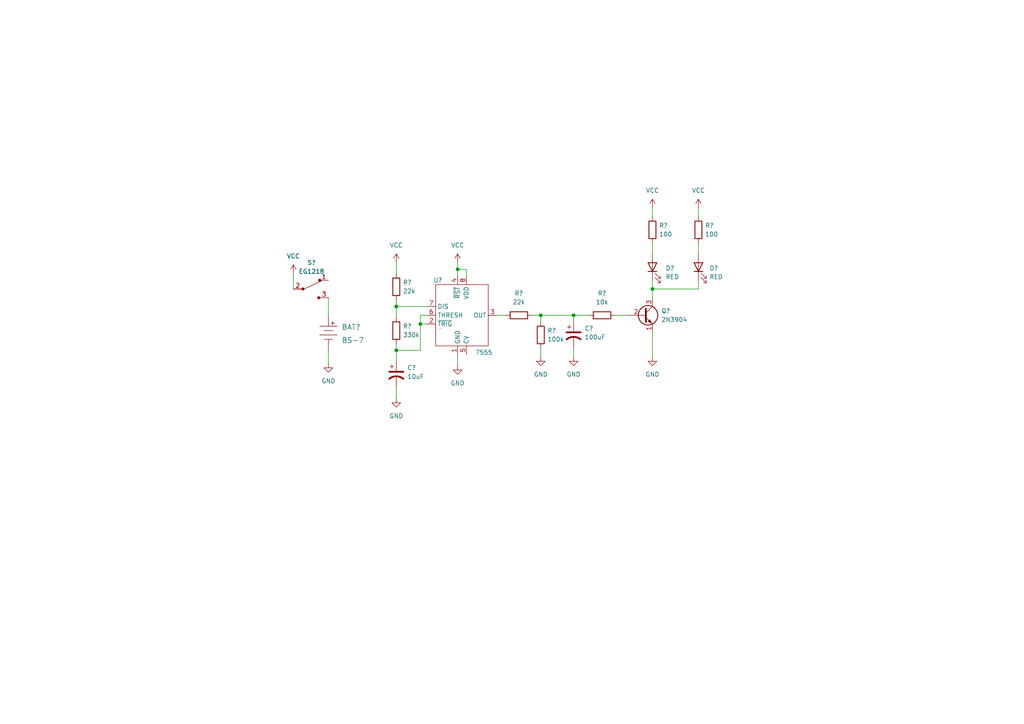
<source format=kicad_sch>
(kicad_sch (version 20211123) (generator eeschema)
  (paper "A4")
  (title_block (title "555 Badge") (date "2022-12-18") (rev "Ver 1") (comment 3 "License: CC By 4.0") (comment 4 "Author: Glenn Lopez"))
  (lib_symbols
    (symbol "555Badge_Library:7555"
      (property "Reference" "U" (at -7.62 10.16 0))
      (property "Value" "7555" (at 5.08 -10.16 0))
      (symbol "7555_0_1"
        (rectangle (start -7.62 8.89) (end 7.62 -8.89))
        (rectangle (start -6.35 -3.81) (end -6.35 -3.81))
        (rectangle (start -6.35 -3.81) (end -6.35 -3.81))
        (rectangle (start -6.35 -3.81) (end -6.35 -3.81))
      )
      (symbol "7555_1_1"
        (pin input line (at -1.27 -11.43 90) (length 2.54) (name "GND") (number "1"))
        (pin input line (at -10.16 -2.54 0) (length 2.54) (name "~{TRIG}") (number "2"))
        (pin input line (at 10.16 0 180) (length 2.54) (name "OUT") (number "3"))
        (pin input line (at -1.27 11.43 270) (length 2.54) (name "~{RST}") (number "4"))
        (pin input line (at 1.27 -11.43 90) (length 2.54) (name "CV") (number "5"))
        (pin input line (at -10.16 0 0) (length 2.54) (name "THRESH") (number "6"))
        (pin input line (at -10.16 2.54 0) (length 2.54) (name "DIS") (number "7"))
        (pin input line (at 1.27 11.43 270) (length 2.54) (name "VDD") (number "8"))
      )
    )
    (symbol "Device:C_Polarized_US" (pin_numbers hide) (pin_names (offset 0.254) hide)
      (property "Reference" "C" (at 0.635 2.54 0))
      (property "Value" "C_Polarized_US" (at 0.635 -2.54 0))
      (symbol "C_Polarized_US_0_1"
        (polyline (pts (xy -2.032 0.762) (xy 2.032 0.762)) (stroke (width 0.508)))
        (polyline (pts (xy -1.778 2.286) (xy -0.762 2.286)))
        (polyline (pts (xy -1.27 1.778) (xy -1.27 2.794)))
        (arc (start 2.032 -1.27) (mid 0 -0.5572) (end -2.032 -1.27) (stroke (width 0.508)))
      )
      (symbol "C_Polarized_US_1_1"
        (pin passive line (at 0 3.81 270) (length 2.794) (name "~") (number "1"))
        (pin passive line (at 0 -3.81 90) (length 3.302) (name "~") (number "2"))
      )
    )
    (symbol "Device:LED" (pin_numbers hide) (pin_names (offset 1.016) hide)
      (property "Reference" "D" (at 0 2.54 0))
      (property "Value" "LED" (at 0 -2.54 0))
      (symbol "LED_0_1"
        (polyline (pts (xy -1.27 -1.27) (xy -1.27 1.27)) (stroke (width 0.254)))
        (polyline (pts (xy -1.27 0) (xy 1.27 0)))
        (polyline (pts (xy 1.27 -1.27) (xy 1.27 1.27) (xy -1.27 0) (xy 1.27 -1.27)) (stroke (width 0.254)))
        (polyline (pts (xy -3.048 -0.762) (xy -4.572 -2.286) (xy -3.81 -2.286) (xy -4.572 -2.286) (xy -4.572 -1.524)))
        (polyline (pts (xy -1.778 -0.762) (xy -3.302 -2.286) (xy -2.54 -2.286) (xy -3.302 -2.286) (xy -3.302 -1.524)))
      )
      (symbol "LED_1_1"
        (pin passive line (at -3.81 0 0) (length 2.54) (name "K") (number "1"))
        (pin passive line (at 3.81 0 180) (length 2.54) (name "A") (number "2"))
      )
    )
    (symbol "Device:R" (pin_numbers hide) (pin_names (offset 0))
      (property "Reference" "R" (at 2.032 0 90))
      (property "Value" "R" (at 0 0 90))
      (symbol "R_0_1"
        (rectangle (start -1.016 -2.54) (end 1.016 2.54) (stroke (width 0.254)))
      )
      (symbol "R_1_1"
        (pin passive line (at 0 3.81 270) (length 1.27) (name "~") (number "1"))
        (pin passive line (at 0 -3.81 90) (length 1.27) (name "~") (number "2"))
      )
    )
    (symbol "Transistor_BJT:2N3904" (pin_names (offset 0) hide)
      (property "Reference" "Q" (at 5.08 1.905 0))
      (property "Value" "2N3904" (at 5.08 0 0))
      (symbol "2N3904_0_1"
        (polyline (pts (xy 0.635 0.635) (xy 2.54 2.54)))
        (polyline (pts (xy 0.635 -0.635) (xy 2.54 -2.54) (xy 2.54 -2.54)))
        (polyline (pts (xy 0.635 1.905) (xy 0.635 -1.905) (xy 0.635 -1.905)) (stroke (width 0.508)))
        (polyline (pts (xy 1.27 -1.778) (xy 1.778 -1.27) (xy 2.286 -2.286) (xy 1.27 -1.778) (xy 1.27 -1.778)) (fill (type outline)))
        (circle (center 1.27 0) (radius 2.8194) (stroke (width 0.254)))
      )
      (symbol "2N3904_1_1"
        (pin passive line (at 2.54 -5.08 90) (length 2.54) (name "E") (number "1"))
        (pin passive line (at -5.08 0 0) (length 5.715) (name "B") (number "2"))
        (pin passive line (at 2.54 5.08 270) (length 2.54) (name "C") (number "3"))
      )
    )
    (symbol "dk_Battery-Holders-Clips-Contacts:BS-7" (pin_numbers hide) (pin_names (offset 1.016))
      (property "Reference" "BAT" (at -1.27 3.81 0))
      (property "Value" "BS-7" (at -1.27 -3.81 0))
      (symbol "BS-7_1_1"
        (polyline (pts (xy 0 -2.54) (xy 0 -1.905)))
        (polyline (pts (xy 0 1.905) (xy 0 2.54)))
        (polyline (pts (xy 1.27 -1.905) (xy -1.27 -1.905)))
        (polyline (pts (xy 1.27 0.635) (xy -1.27 0.635)))
        (polyline (pts (xy 1.27 2.286) (xy 1.27 3.302)))
        (polyline (pts (xy 1.778 2.794) (xy 0.762 2.794)))
        (polyline (pts (xy 2.54 -0.635) (xy -2.54 -0.635)))
        (polyline (pts (xy 2.54 1.905) (xy -2.54 1.905)))
        (pin power_out line (at 0 -5.08 90) (length 2.54) (name "~") (number "Neg"))
        (pin power_out line (at 0 5.08 270) (length 2.54) (name "~") (number "Pos"))
      )
    )
    (symbol "dk_Slide-Switches:EG1218" (pin_names (offset 0))
      (property "Reference" "S" (at -3.81 2.286 0))
      (property "Value" "EG1218" (at 0 -5.334 0))
      (symbol "EG1218_0_1"
        (circle (center -2.286 0) (radius 0.3556) (fill (type outline)))
        (polyline (pts (xy -2.032 0) (xy 3.048 2.286)))
        (circle (center 2.286 -2.54) (radius 0.3556) (fill (type outline)))
        (circle (center 2.54 2.54) (radius 0.3556) (fill (type outline)))
      )
      (symbol "EG1218_1_1"
        (pin passive line (at 5.08 2.54 180) (length 2.54) (name "~") (number "1"))
        (pin passive line (at -5.08 0 0) (length 2.54) (name "~") (number "2"))
        (pin passive line (at 5.08 -2.54 180) (length 2.54) (name "~") (number "3"))
      )
    )
    (symbol "power:GND" (power) (pin_names (offset 0))
      (property "Value" "GND" (at 0 -3.81 0))
      (symbol "GND_0_1"
        (polyline (pts (xy 0 0) (xy 0 -1.27) (xy 1.27 -1.27) (xy 0 -2.54) (xy -1.27 -1.27) (xy 0 -1.27)))
      )
      (symbol "GND_1_1"
        (pin power_in line (at 0 0 270) (length 0) hide (name "GND") (number "1"))
      )
    )
    (symbol "power:VCC" (power) (pin_names (offset 0))
      (property "Value" "VCC" (at 0 3.81 0))
      (symbol "VCC_0_1"
        (polyline (pts (xy -0.762 1.27) (xy 0 2.54)))
        (polyline (pts (xy 0 0) (xy 0 2.54)))
        (polyline (pts (xy 0 2.54) (xy 0.762 1.27)))
      )
      (symbol "VCC_1_1"
        (pin power_in line (at 0 0 90) (length 0) hide (name "VCC") (number "1"))
      )
    )
  )
  (junction (at 156.845 91.44))
  (junction (at 189.23 83.82))
  (junction (at 114.935 101.6))
  (junction (at 132.715 78.105))
  (junction (at 121.92 93.98))
  (junction (at 114.935 88.9))
  (junction (at 166.37 91.44))
  (wire (pts (xy 156.845 91.44) (xy 166.37 91.44)))
  (wire (pts (xy 202.565 60.325) (xy 202.565 62.865)))
  (wire (pts (xy 189.23 60.325) (xy 189.23 62.865)))
  (wire (pts (xy 132.715 102.87) (xy 132.715 106.045)))
  (wire (pts (xy 95.25 86.36) (xy 95.25 91.44)))
  (wire (pts (xy 189.23 83.82) (xy 189.23 86.36)))
  (wire (pts (xy 166.37 91.44) (xy 166.37 93.345)))
  (wire (pts (xy 121.92 93.98) (xy 121.92 101.6)))
  (wire (pts (xy 114.935 88.9) (xy 123.825 88.9)))
  (wire (pts (xy 132.715 78.105) (xy 132.715 80.01)))
  (wire (pts (xy 95.25 101.6) (xy 95.25 105.41)))
  (wire (pts (xy 114.935 88.9) (xy 114.935 92.075)))
  (wire (pts (xy 121.92 101.6) (xy 114.935 101.6)))
  (wire (pts (xy 121.92 91.44) (xy 121.92 93.98)))
  (wire (pts (xy 144.145 91.44) (xy 146.685 91.44)))
  (wire (pts (xy 135.255 80.01) (xy 135.255 78.105)))
  (wire (pts (xy 156.845 91.44) (xy 156.845 93.345)))
  (wire (pts (xy 189.23 83.82) (xy 202.565 83.82)))
  (wire (pts (xy 132.715 76.2) (xy 132.715 78.105)))
  (wire (pts (xy 121.92 93.98) (xy 123.825 93.98)))
  (wire (pts (xy 114.935 86.995) (xy 114.935 88.9)))
  (wire (pts (xy 85.09 79.375) (xy 85.09 83.82)))
  (wire (pts (xy 181.61 91.44) (xy 178.435 91.44)))
  (wire (pts (xy 202.565 81.28) (xy 202.565 83.82)))
  (wire (pts (xy 114.935 112.395) (xy 114.935 115.57)))
  (wire (pts (xy 114.935 101.6) (xy 114.935 104.775)))
  (wire (pts (xy 135.255 78.105) (xy 132.715 78.105)))
  (wire (pts (xy 123.825 91.44) (xy 121.92 91.44)))
  (wire (pts (xy 189.23 96.52) (xy 189.23 103.505)))
  (wire (pts (xy 154.305 91.44) (xy 156.845 91.44)))
  (wire (pts (xy 156.845 100.965) (xy 156.845 103.505)))
  (wire (pts (xy 189.23 81.28) (xy 189.23 83.82)))
  (wire (pts (xy 114.935 76.2) (xy 114.935 79.375)))
  (wire (pts (xy 189.23 70.485) (xy 189.23 73.66)))
  (wire (pts (xy 114.935 99.695) (xy 114.935 101.6)))
  (wire (pts (xy 166.37 91.44) (xy 170.815 91.44)))
  (wire (pts (xy 166.37 100.965) (xy 166.37 103.505)))
  (wire (pts (xy 202.565 70.485) (xy 202.565 73.66)))
  (symbol (lib_id "Device:R") (at 114.935 83.185 0) (unit 1)
    (property "Reference" "R?" (at 116.84 81.9149 0) (effects (justify left)))
    (property "Value" "22k" (at 116.84 84.4549 0) (effects (justify left)))
  )
  (symbol (lib_id "power:VCC") (at 114.935 76.2 0) (unit 1)
    (property "Reference" "#PWR?" (effects hide))
    (property "Value" "VCC" (at 114.935 71.12 0))
  )
  (symbol (lib_id "power:GND") (at 166.37 103.505 0) (unit 1)
    (property "Reference" "#PWR?" (effects hide))
    (property "Value" "GND" (at 166.37 108.585 0))
  )
  (symbol (lib_id "dk_Battery-Holders-Clips-Contacts:BS-7") (at 95.25 96.52 0) (unit 1)
    (property "Reference" "BAT?" (at 99.06 94.869 0) (effects (font (size 1.524 1.524)) (justify left)))
    (property "Value" "BS-7" (at 99.06 98.679 0) (effects (font (size 1.524 1.524)) (justify left)))
    (property "Footprint" "digikey-footprints:Battery_Holder_Coin_2032_BS-7" (effects hide))
    (property "Datasheet" "http://www.memoryprotectiondevices.com/datasheets/BS-7-datasheet.pdf" (effects hide))
    (property "Digi-Key_PN" "BS-7-ND" (effects hide))
    (property "MPN" "BS-7" (effects hide))
    (property "Category" "Battery Products" (effects hide))
    (property "Family" "Battery Holders, Clips, Contacts" (effects hide))
    (property "DK_Datasheet_Link" "http://www.memoryprotectiondevices.com/datasheets/BS-7-datasheet.pdf" (effects hide))
    (property "DK_Detail_Page" "/product-detail/en/mpd-memory-protection-devices/BS-7/BS-7-ND/389447" (effects hide))
    (property "Description" "BATTERY HOLDER COIN 20MM PC PIN" (effects hide))
    (property "Manufacturer" "MPD (Memory Protection Devices)" (effects hide))
    (property "Status" "Active" (effects hide))
  )
  (symbol (lib_id "Device:LED") (at 189.23 77.47 90) (unit 1)
    (property "Reference" "D?" (at 193.04 77.7874 90) (effects (justify right)))
    (property "Value" "RED" (at 193.04 80.3274 90) (effects (justify right)))
  )
  (symbol (lib_id "power:GND") (at 132.715 106.045 0) (unit 1)
    (property "Reference" "#PWR?" (effects hide))
    (property "Value" "GND" (at 132.715 111.125 0))
  )
  (symbol (lib_id "Device:C_Polarized_US") (at 114.935 108.585 0) (unit 1)
    (property "Reference" "C?" (at 118.11 106.6799 0) (effects (justify left)))
    (property "Value" "10uF" (at 118.11 109.2199 0) (effects (justify left)))
  )
  (symbol (lib_id "Device:R") (at 174.625 91.44 270) (unit 1)
    (property "Reference" "R?" (at 174.625 85.09 90))
    (property "Value" "10k" (at 174.625 87.63 90))
  )
  (symbol (lib_id "power:VCC") (at 132.715 76.2 0) (unit 1)
    (property "Reference" "#PWR?" (effects hide))
    (property "Value" "VCC" (at 132.715 71.12 0))
  )
  (symbol (lib_id "power:GND") (at 156.845 103.505 0) (unit 1)
    (property "Reference" "#PWR?" (effects hide))
    (property "Value" "GND" (at 156.845 108.585 0))
  )
  (symbol (lib_id "power:VCC") (at 202.565 60.325 0) (unit 1)
    (property "Reference" "#PWR?" (effects hide))
    (property "Value" "VCC" (at 202.565 55.245 0))
  )
  (symbol (lib_id "power:GND") (at 95.25 105.41 0) (unit 1)
    (property "Reference" "#PWR?" (effects hide))
    (property "Value" "GND" (at 95.25 110.49 0))
  )
  (symbol (lib_id "Device:C_Polarized_US") (at 166.37 97.155 0) (unit 1)
    (property "Reference" "C?" (at 169.545 95.2499 0) (effects (justify left)))
    (property "Value" "100uF" (at 169.545 97.7899 0) (effects (justify left)))
  )
  (symbol (lib_id "power:GND") (at 189.23 103.505 0) (unit 1)
    (property "Reference" "#PWR?" (effects hide))
    (property "Value" "GND" (at 189.23 108.585 0))
  )
  (symbol (lib_id "Device:R") (at 156.845 97.155 180) (unit 1)
    (property "Reference" "R?" (at 158.75 95.8849 0) (effects (justify right)))
    (property "Value" "100k" (at 158.75 98.4249 0) (effects (justify right)))
  )
  (symbol (lib_id "Transistor_BJT:2N3904") (at 186.69 91.44 0) (unit 1)
    (property "Reference" "Q?" (at 191.77 90.1699 0) (effects (justify left)))
    (property "Value" "2N3904" (at 191.77 92.7099 0) (effects (justify left)))
    (property "Footprint" "Package_TO_SOT_THT:TO-92_Inline" (effects hide))
    (property "Datasheet" "https://www.onsemi.com/pub/Collateral/2N3903-D.PDF" (effects hide))
  )
  (symbol (lib_id "Device:R") (at 202.565 66.675 180) (unit 1)
    (property "Reference" "R?" (at 204.47 65.4049 0) (effects (justify right)))
    (property "Value" "100" (at 204.47 67.9449 0) (effects (justify right)))
  )
  (symbol (lib_id "Device:R") (at 150.495 91.44 90) (unit 1)
    (property "Reference" "R?" (at 150.495 85.09 90))
    (property "Value" "22k" (at 150.495 87.63 90))
  )
  (symbol (lib_id "dk_Slide-Switches:EG1218") (at 90.17 83.82 0) (unit 1)
    (property "Reference" "S?" (at 90.3732 76.2 0))
    (property "Value" "EG1218" (at 90.3732 78.74 0))
    (property "Footprint" "digikey-footprints:Switch_Slide_11.6x4mm_EG1218" (effects hide))
    (property "Datasheet" "http://spec_sheets.e-switch.com/specs/P040040.pdf" (effects hide))
    (property "Digi-Key_PN" "EG1903-ND" (effects hide))
    (property "MPN" "EG1218" (effects hide))
    (property "Category" "Switches" (effects hide))
    (property "Family" "Slide Switches" (effects hide))
    (property "DK_Datasheet_Link" "http://spec_sheets.e-switch.com/specs/P040040.pdf" (effects hide))
    (property "DK_Detail_Page" "/product-detail/en/e-switch/EG1218/EG1903-ND/101726" (effects hide))
    (property "Description" "SWITCH SLIDE SPDT 200MA 30V" (effects hide))
    (property "Manufacturer" "E-Switch" (effects hide))
    (property "Status" "Active" (effects hide))
  )
  (symbol (lib_id "power:VCC") (at 85.09 79.375 0) (unit 1)
    (property "Reference" "#PWR?" (effects hide))
    (property "Value" "VCC" (at 85.09 74.295 0))
  )
  (symbol (lib_id "Device:R") (at 189.23 66.675 180) (unit 1)
    (property "Reference" "R?" (at 191.135 65.4049 0) (effects (justify right)))
    (property "Value" "100" (at 191.135 67.9449 0) (effects (justify right)))
  )
  (symbol (lib_id "Device:LED") (at 202.565 77.47 90) (unit 1)
    (property "Reference" "D?" (at 205.74 77.7874 90) (effects (justify right)))
    (property "Value" "RED" (at 205.74 80.3274 90) (effects (justify right)))
  )
  (symbol (lib_id "Device:R") (at 114.935 95.885 0) (unit 1)
    (property "Reference" "R?" (at 116.84 94.6149 0) (effects (justify left)))
    (property "Value" "330k" (at 116.84 97.1549 0) (effects (justify left)))
  )
  (symbol (lib_id "555Badge_Library:7555") (at 133.985 91.44 0) (unit 1)
    (property "Reference" "U?" (at 127 81.28 0))
    (property "Value" "7555" (at 140.335 102.235 0))
  )
  (symbol (lib_id "power:GND") (at 114.935 115.57 0) (unit 1)
    (property "Reference" "#PWR?" (effects hide))
    (property "Value" "GND" (at 114.935 120.65 0))
  )
  (symbol (lib_id "power:VCC") (at 189.23 60.325 0) (unit 1)
    (property "Reference" "#PWR?" (effects hide))
    (property "Value" "VCC" (at 189.23 55.245 0))
  )
)
</source>
